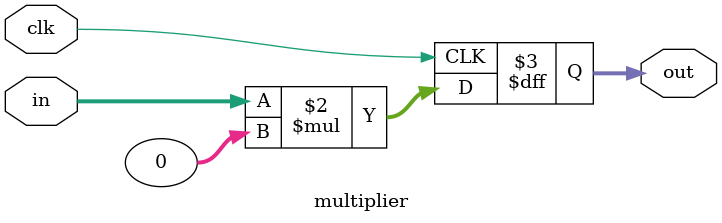
<source format=sv>

module multiplier #(
    parameter int weight = 0
) (
    input logic clk,
    input logic [7:0] in,
    output logic signed [31:0] out
);  
    // multiplication is done inside a process
    // to give the fitter more possibilities
    always_ff @(posedge clk) begin
        out <= in * weight;
    end

endmodule
</source>
